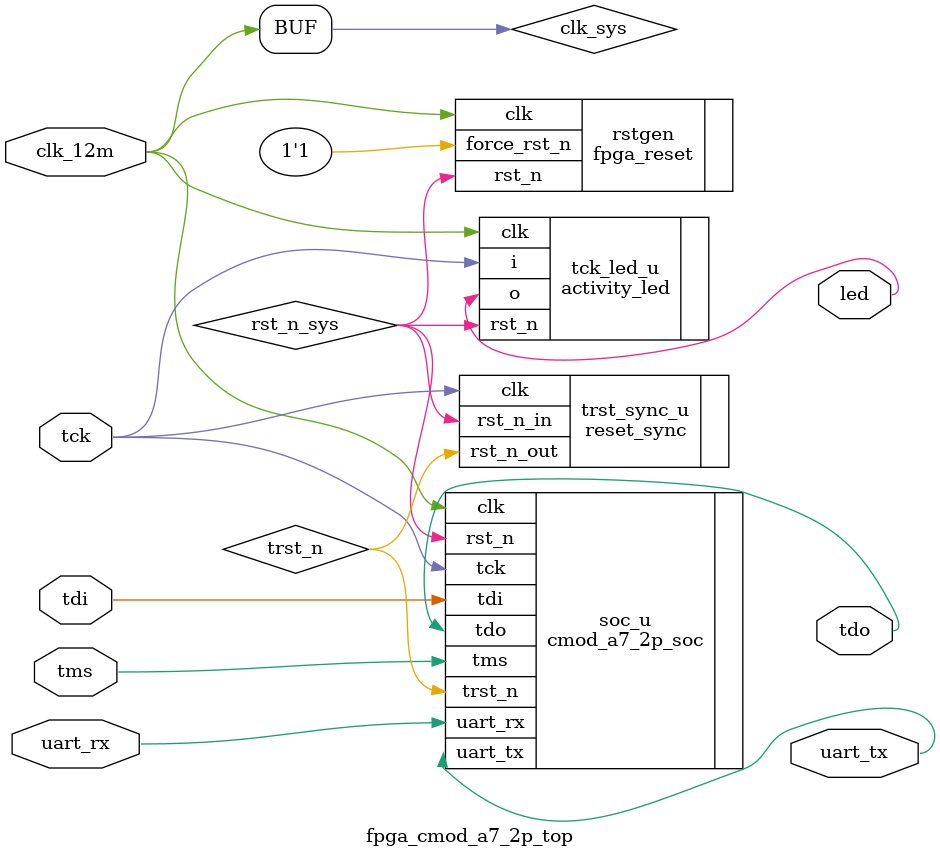
<source format=v>
`default_nettype none

module fpga_cmod_a7_2p_top (
	input wire        clk_12m,

	input  wire       tck,
	input  wire       tms,
	input  wire       tdi,
	output wire       tdo,

	output wire       led,

	output wire       uart_tx,
	input  wire       uart_rx
);

    wire clk_sys;
    wire rst_n_sys;
    wire trst_n;

    assign clk_sys = clk_12m;

/*
    // 使用xilinx vivado中的mmcm IP进行倍频
    // 输入为12MHZ，输出为24MHZ
    mmcm_main_clk u_mmcm_main_clk (
        .clk_out1(clk_sys),
        .resetn  (gen_reset_n),
        .clk_in1 (clk_12m),
        .locked  (main_clk_locked)
    );
*/

    fpga_reset #(
        .SHIFT (5)
    ) rstgen (
        .clk         (clk_sys),
        .force_rst_n (1'b1),
        .rst_n       (rst_n_sys)
    );

    reset_sync trst_sync_u (
        .clk       (tck),
        .rst_n_in  (rst_n_sys),
        .rst_n_out (trst_n)
    );

    activity_led #(
        .WIDTH (1 << 6),
        .ACTIVE_LEVEL (1'b1)
    ) tck_led_u (
        .clk   (clk_sys),
        .rst_n (rst_n_sys),
        .i     (tck),
        .o     (led)
    );

    cmod_a7_2p_soc #(
        .DTM_TYPE       ("JTAG"),
        .CLK_MHZ        (12),
        .FLASH_DEPTH    (1 << 15),
        .SRAM_DEPTH     (1 << 13)
    ) soc_u (
        .clk            (clk_sys),
        .rst_n          (rst_n_sys),

        .tck            (tck),
        .trst_n         (trst_n),
        .tms            (tms),
        .tdi            (tdi),
        .tdo            (tdo),

        .uart_tx        (uart_tx),
        .uart_rx        (uart_rx)
    );

endmodule

</source>
